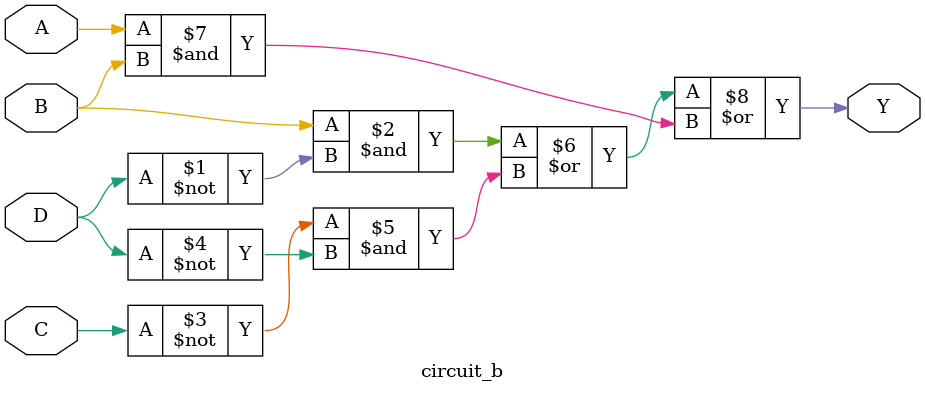
<source format=v>
module circuit_b(
 input A,B,C,D,   // Declare inputs
 output Y   // Declare Y output
);

    assign Y = (B & ~D) | (~C & ~D) | (A & B);// Enter logic equation here

endmodule


</source>
